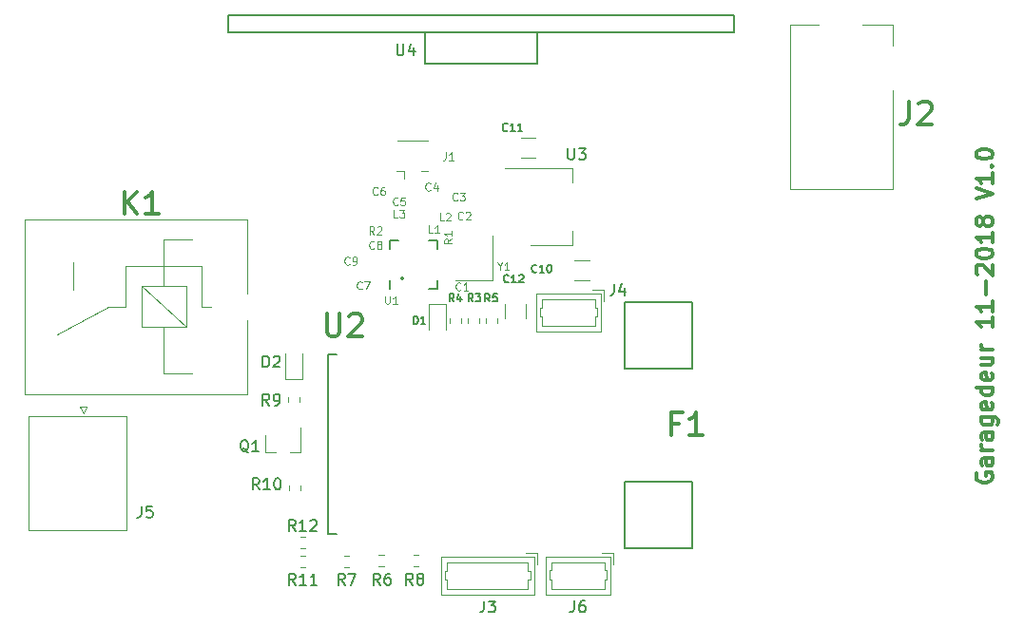
<source format=gto>
G04 #@! TF.GenerationSoftware,KiCad,Pcbnew,(5.0.0-rc2-dev-347-g62c5a706d)*
G04 #@! TF.CreationDate,2018-11-25T22:16:38+01:00*
G04 #@! TF.ProjectId,NRF24L01,4E524632344C30312E6B696361645F70,rev?*
G04 #@! TF.SameCoordinates,Original*
G04 #@! TF.FileFunction,Legend,Top*
G04 #@! TF.FilePolarity,Positive*
%FSLAX46Y46*%
G04 Gerber Fmt 4.6, Leading zero omitted, Abs format (unit mm)*
G04 Created by KiCad (PCBNEW (5.0.0-rc2-dev-347-g62c5a706d)) date 11/25/18 22:16:38*
%MOMM*%
%LPD*%
G01*
G04 APERTURE LIST*
%ADD10C,0.300000*%
%ADD11C,0.200000*%
%ADD12C,0.152400*%
%ADD13C,0.120000*%
%ADD14C,0.150000*%
%ADD15C,0.110000*%
%ADD16C,0.203200*%
%ADD17C,0.130000*%
G04 APERTURE END LIST*
D10*
X134750000Y-127799999D02*
X134678571Y-127942857D01*
X134678571Y-128157142D01*
X134750000Y-128371428D01*
X134892857Y-128514285D01*
X135035714Y-128585714D01*
X135321428Y-128657142D01*
X135535714Y-128657142D01*
X135821428Y-128585714D01*
X135964285Y-128514285D01*
X136107142Y-128371428D01*
X136178571Y-128157142D01*
X136178571Y-128014285D01*
X136107142Y-127799999D01*
X136035714Y-127728571D01*
X135535714Y-127728571D01*
X135535714Y-128014285D01*
X136178571Y-126442857D02*
X135392857Y-126442857D01*
X135250000Y-126514285D01*
X135178571Y-126657142D01*
X135178571Y-126942857D01*
X135250000Y-127085714D01*
X136107142Y-126442857D02*
X136178571Y-126585714D01*
X136178571Y-126942857D01*
X136107142Y-127085714D01*
X135964285Y-127157142D01*
X135821428Y-127157142D01*
X135678571Y-127085714D01*
X135607142Y-126942857D01*
X135607142Y-126585714D01*
X135535714Y-126442857D01*
X136178571Y-125728571D02*
X135178571Y-125728571D01*
X135464285Y-125728571D02*
X135321428Y-125657142D01*
X135250000Y-125585714D01*
X135178571Y-125442857D01*
X135178571Y-125299999D01*
X136178571Y-124157142D02*
X135392857Y-124157142D01*
X135250000Y-124228571D01*
X135178571Y-124371428D01*
X135178571Y-124657142D01*
X135250000Y-124799999D01*
X136107142Y-124157142D02*
X136178571Y-124299999D01*
X136178571Y-124657142D01*
X136107142Y-124799999D01*
X135964285Y-124871428D01*
X135821428Y-124871428D01*
X135678571Y-124799999D01*
X135607142Y-124657142D01*
X135607142Y-124299999D01*
X135535714Y-124157142D01*
X135178571Y-122799999D02*
X136392857Y-122799999D01*
X136535714Y-122871428D01*
X136607142Y-122942857D01*
X136678571Y-123085714D01*
X136678571Y-123299999D01*
X136607142Y-123442857D01*
X136107142Y-122799999D02*
X136178571Y-122942857D01*
X136178571Y-123228571D01*
X136107142Y-123371428D01*
X136035714Y-123442857D01*
X135892857Y-123514285D01*
X135464285Y-123514285D01*
X135321428Y-123442857D01*
X135250000Y-123371428D01*
X135178571Y-123228571D01*
X135178571Y-122942857D01*
X135250000Y-122799999D01*
X136107142Y-121514285D02*
X136178571Y-121657142D01*
X136178571Y-121942857D01*
X136107142Y-122085714D01*
X135964285Y-122157142D01*
X135392857Y-122157142D01*
X135250000Y-122085714D01*
X135178571Y-121942857D01*
X135178571Y-121657142D01*
X135250000Y-121514285D01*
X135392857Y-121442857D01*
X135535714Y-121442857D01*
X135678571Y-122157142D01*
X136178571Y-120157142D02*
X134678571Y-120157142D01*
X136107142Y-120157142D02*
X136178571Y-120300000D01*
X136178571Y-120585714D01*
X136107142Y-120728571D01*
X136035714Y-120799999D01*
X135892857Y-120871428D01*
X135464285Y-120871428D01*
X135321428Y-120799999D01*
X135250000Y-120728571D01*
X135178571Y-120585714D01*
X135178571Y-120300000D01*
X135250000Y-120157142D01*
X136107142Y-118871428D02*
X136178571Y-119014285D01*
X136178571Y-119300000D01*
X136107142Y-119442857D01*
X135964285Y-119514285D01*
X135392857Y-119514285D01*
X135250000Y-119442857D01*
X135178571Y-119300000D01*
X135178571Y-119014285D01*
X135250000Y-118871428D01*
X135392857Y-118800000D01*
X135535714Y-118800000D01*
X135678571Y-119514285D01*
X135178571Y-117514285D02*
X136178571Y-117514285D01*
X135178571Y-118157142D02*
X135964285Y-118157142D01*
X136107142Y-118085714D01*
X136178571Y-117942857D01*
X136178571Y-117728571D01*
X136107142Y-117585714D01*
X136035714Y-117514285D01*
X136178571Y-116800000D02*
X135178571Y-116800000D01*
X135464285Y-116800000D02*
X135321428Y-116728571D01*
X135250000Y-116657142D01*
X135178571Y-116514285D01*
X135178571Y-116371428D01*
X136178571Y-113942857D02*
X136178571Y-114800000D01*
X136178571Y-114371428D02*
X134678571Y-114371428D01*
X134892857Y-114514285D01*
X135035714Y-114657142D01*
X135107142Y-114800000D01*
X136178571Y-112514285D02*
X136178571Y-113371428D01*
X136178571Y-112942857D02*
X134678571Y-112942857D01*
X134892857Y-113085714D01*
X135035714Y-113228571D01*
X135107142Y-113371428D01*
X135607142Y-111871428D02*
X135607142Y-110728571D01*
X134821428Y-110085714D02*
X134750000Y-110014285D01*
X134678571Y-109871428D01*
X134678571Y-109514285D01*
X134750000Y-109371428D01*
X134821428Y-109300000D01*
X134964285Y-109228571D01*
X135107142Y-109228571D01*
X135321428Y-109300000D01*
X136178571Y-110157142D01*
X136178571Y-109228571D01*
X134678571Y-108300000D02*
X134678571Y-108157142D01*
X134750000Y-108014285D01*
X134821428Y-107942857D01*
X134964285Y-107871428D01*
X135250000Y-107800000D01*
X135607142Y-107800000D01*
X135892857Y-107871428D01*
X136035714Y-107942857D01*
X136107142Y-108014285D01*
X136178571Y-108157142D01*
X136178571Y-108300000D01*
X136107142Y-108442857D01*
X136035714Y-108514285D01*
X135892857Y-108585714D01*
X135607142Y-108657142D01*
X135250000Y-108657142D01*
X134964285Y-108585714D01*
X134821428Y-108514285D01*
X134750000Y-108442857D01*
X134678571Y-108300000D01*
X136178571Y-106371428D02*
X136178571Y-107228571D01*
X136178571Y-106800000D02*
X134678571Y-106800000D01*
X134892857Y-106942857D01*
X135035714Y-107085714D01*
X135107142Y-107228571D01*
X135321428Y-105514285D02*
X135250000Y-105657142D01*
X135178571Y-105728571D01*
X135035714Y-105800000D01*
X134964285Y-105800000D01*
X134821428Y-105728571D01*
X134750000Y-105657142D01*
X134678571Y-105514285D01*
X134678571Y-105228571D01*
X134750000Y-105085714D01*
X134821428Y-105014285D01*
X134964285Y-104942857D01*
X135035714Y-104942857D01*
X135178571Y-105014285D01*
X135250000Y-105085714D01*
X135321428Y-105228571D01*
X135321428Y-105514285D01*
X135392857Y-105657142D01*
X135464285Y-105728571D01*
X135607142Y-105800000D01*
X135892857Y-105800000D01*
X136035714Y-105728571D01*
X136107142Y-105657142D01*
X136178571Y-105514285D01*
X136178571Y-105228571D01*
X136107142Y-105085714D01*
X136035714Y-105014285D01*
X135892857Y-104942857D01*
X135607142Y-104942857D01*
X135464285Y-105014285D01*
X135392857Y-105085714D01*
X135321428Y-105228571D01*
X134678571Y-103371428D02*
X136178571Y-102871428D01*
X134678571Y-102371428D01*
X136178571Y-101085714D02*
X136178571Y-101942857D01*
X136178571Y-101514285D02*
X134678571Y-101514285D01*
X134892857Y-101657142D01*
X135035714Y-101800000D01*
X135107142Y-101942857D01*
X136035714Y-100442857D02*
X136107142Y-100371428D01*
X136178571Y-100442857D01*
X136107142Y-100514285D01*
X136035714Y-100442857D01*
X136178571Y-100442857D01*
X134678571Y-99442857D02*
X134678571Y-99300000D01*
X134750000Y-99157142D01*
X134821428Y-99085714D01*
X134964285Y-99014285D01*
X135250000Y-98942857D01*
X135607142Y-98942857D01*
X135892857Y-99014285D01*
X136035714Y-99085714D01*
X136107142Y-99157142D01*
X136178571Y-99300000D01*
X136178571Y-99442857D01*
X136107142Y-99585714D01*
X136035714Y-99657142D01*
X135892857Y-99728571D01*
X135607142Y-99800000D01*
X135250000Y-99800000D01*
X134964285Y-99728571D01*
X134821428Y-99657142D01*
X134750000Y-99585714D01*
X134678571Y-99442857D01*
D11*
X83743748Y-110440508D02*
G75*
G03X83743748Y-110440508I-141421J0D01*
G01*
D12*
X76981327Y-133185087D02*
X77743327Y-133185087D01*
X76981327Y-117183087D02*
X76981327Y-133185087D01*
X77743327Y-117183087D02*
X76981327Y-117183087D01*
D13*
X78845627Y-135140787D02*
X78405627Y-135140787D01*
X78845627Y-136160787D02*
X78405627Y-136160787D01*
X55500000Y-121890000D02*
X55200000Y-122490000D01*
X54900000Y-121890000D02*
X55500000Y-121890000D01*
X55200000Y-122490000D02*
X54900000Y-121890000D01*
X59010000Y-132910000D02*
X59010000Y-122690000D01*
X50290000Y-132910000D02*
X59010000Y-132910000D01*
X50290000Y-122690000D02*
X50290000Y-132910000D01*
X59010000Y-122690000D02*
X50290000Y-122690000D01*
X69800000Y-111800000D02*
X69800000Y-105200000D01*
X69800000Y-120800000D02*
X69800000Y-114200000D01*
X69800000Y-120800000D02*
X50000000Y-120800000D01*
X50000000Y-120800000D02*
X50000000Y-105200000D01*
X50000000Y-105200000D02*
X69800000Y-105200000D01*
X54250000Y-111500000D02*
X54250000Y-109000000D01*
X64850000Y-106950000D02*
X62350000Y-106950000D01*
X65750000Y-112950000D02*
X66550000Y-112950000D01*
X62350000Y-118950000D02*
X64850000Y-118950000D01*
X58950000Y-112950000D02*
X57450000Y-112950000D01*
X57450000Y-112950000D02*
X52850000Y-115450000D01*
X58950000Y-109350000D02*
X65750000Y-109350000D01*
X58950000Y-112950000D02*
X58950000Y-109350000D01*
X65750000Y-112950000D02*
X65750000Y-109350000D01*
X62350000Y-118950000D02*
X62350000Y-114750000D01*
X62350000Y-111150000D02*
X62350000Y-106950000D01*
X60350000Y-111150000D02*
X64350000Y-114750000D01*
X64350000Y-111150000D02*
X64350000Y-114750000D01*
X64350000Y-114750000D02*
X60350000Y-114750000D01*
X60350000Y-114750000D02*
X60350000Y-111150000D01*
X60350000Y-111150000D02*
X64350000Y-111150000D01*
D14*
X95600000Y-88500000D02*
X113100000Y-88500000D01*
X113100000Y-88500000D02*
X113100000Y-87000000D01*
X113100000Y-87000000D02*
X68100000Y-87000000D01*
X68100000Y-87000000D02*
X68100000Y-88500000D01*
X68100000Y-88500000D02*
X85600000Y-88500000D01*
X85600000Y-88500000D02*
X95600000Y-88500000D01*
X95600000Y-88500000D02*
X95600000Y-91350000D01*
X95600000Y-91350000D02*
X85600000Y-91350000D01*
X85600000Y-91350000D02*
X85600000Y-88500000D01*
D13*
X74953731Y-135135928D02*
X74513731Y-135135928D01*
X74953731Y-136155928D02*
X74513731Y-136155928D01*
X74929631Y-133434128D02*
X74489631Y-133434128D01*
X74929631Y-134454128D02*
X74489631Y-134454128D01*
X100230627Y-108832787D02*
X98930627Y-108832787D01*
X100230627Y-110652787D02*
X98930627Y-110652787D01*
X95450000Y-97890000D02*
X94150000Y-97890000D01*
X95450000Y-99710000D02*
X94150000Y-99710000D01*
X94547027Y-113986887D02*
X94547027Y-112686887D01*
X92727027Y-113986887D02*
X92727027Y-112686887D01*
X85955527Y-112730487D02*
X85955527Y-115000487D01*
X87475527Y-112730487D02*
X85955527Y-112730487D01*
X87475527Y-115000487D02*
X87475527Y-112730487D01*
X74661227Y-119404287D02*
X74661227Y-117134287D01*
X73141227Y-119404287D02*
X74661227Y-119404287D01*
X73141227Y-117134287D02*
X73141227Y-119404287D01*
D14*
X103375127Y-112522287D02*
X106375127Y-112522287D01*
X103375127Y-118522287D02*
X103375127Y-112522287D01*
X109375127Y-118522287D02*
X103375127Y-118522287D01*
X109375127Y-112522287D02*
X109375127Y-118522287D01*
X106375127Y-112522287D02*
X109375127Y-112522287D01*
X103375127Y-134522287D02*
X106375127Y-134522287D01*
X103375127Y-128522287D02*
X103375127Y-134522287D01*
X109375127Y-128522287D02*
X103375127Y-128522287D01*
X109375127Y-134522287D02*
X109375127Y-128522287D01*
X106375127Y-134522287D02*
X109375127Y-134522287D01*
D13*
X83105727Y-100886887D02*
X83745727Y-100886887D01*
X85905727Y-100886887D02*
X85265727Y-100886887D01*
X83745727Y-100886887D02*
X83745727Y-101516887D01*
X83155727Y-98166887D02*
X85855727Y-98166887D01*
X118100000Y-87800000D02*
X120700000Y-87800000D01*
X118100000Y-102500000D02*
X118100000Y-87800000D01*
X127300000Y-87800000D02*
X127300000Y-89700000D01*
X124600000Y-87800000D02*
X127300000Y-87800000D01*
X127300000Y-102500000D02*
X118100000Y-102500000D01*
X127300000Y-93700000D02*
X127300000Y-102500000D01*
X95598627Y-134938987D02*
X94598627Y-134938987D01*
X95598627Y-134938987D02*
X95598627Y-135938987D01*
X87598627Y-138138987D02*
X91198627Y-138138987D01*
X87598627Y-137288987D02*
X87598627Y-138138987D01*
X87398627Y-137288987D02*
X87598627Y-137288987D01*
X87398627Y-136488987D02*
X87398627Y-137288987D01*
X87598627Y-136488987D02*
X87398627Y-136488987D01*
X87598627Y-135738987D02*
X87598627Y-136488987D01*
X91198627Y-135738987D02*
X87598627Y-135738987D01*
X94798627Y-138138987D02*
X91198627Y-138138987D01*
X94798627Y-137288987D02*
X94798627Y-138138987D01*
X94998627Y-137288987D02*
X94798627Y-137288987D01*
X94998627Y-136488987D02*
X94998627Y-137288987D01*
X94798627Y-136488987D02*
X94998627Y-136488987D01*
X94798627Y-135738987D02*
X94798627Y-136488987D01*
X91198627Y-135738987D02*
X94798627Y-135738987D01*
X87088627Y-138648987D02*
X95308627Y-138648987D01*
X87088627Y-135228987D02*
X87088627Y-138648987D01*
X95308627Y-135228987D02*
X87088627Y-135228987D01*
X95308627Y-138648987D02*
X95308627Y-135228987D01*
X101259527Y-115192087D02*
X101259527Y-111772087D01*
X101259527Y-111772087D02*
X95539527Y-111772087D01*
X95539527Y-111772087D02*
X95539527Y-115192087D01*
X95539527Y-115192087D02*
X101259527Y-115192087D01*
X98399527Y-112282087D02*
X100749527Y-112282087D01*
X100749527Y-112282087D02*
X100749527Y-113032087D01*
X100749527Y-113032087D02*
X100949527Y-113032087D01*
X100949527Y-113032087D02*
X100949527Y-113832087D01*
X100949527Y-113832087D02*
X100749527Y-113832087D01*
X100749527Y-113832087D02*
X100749527Y-114682087D01*
X100749527Y-114682087D02*
X98399527Y-114682087D01*
X98399527Y-112282087D02*
X96049527Y-112282087D01*
X96049527Y-112282087D02*
X96049527Y-113032087D01*
X96049527Y-113032087D02*
X95849527Y-113032087D01*
X95849527Y-113032087D02*
X95849527Y-113832087D01*
X95849527Y-113832087D02*
X96049527Y-113832087D01*
X96049527Y-113832087D02*
X96049527Y-114682087D01*
X96049527Y-114682087D02*
X98399527Y-114682087D01*
X101549527Y-111482087D02*
X101549527Y-112482087D01*
X101549527Y-111482087D02*
X100549527Y-111482087D01*
X102097727Y-138636287D02*
X102097727Y-135216287D01*
X102097727Y-135216287D02*
X96377727Y-135216287D01*
X96377727Y-135216287D02*
X96377727Y-138636287D01*
X96377727Y-138636287D02*
X102097727Y-138636287D01*
X99237727Y-135726287D02*
X101587727Y-135726287D01*
X101587727Y-135726287D02*
X101587727Y-136476287D01*
X101587727Y-136476287D02*
X101787727Y-136476287D01*
X101787727Y-136476287D02*
X101787727Y-137276287D01*
X101787727Y-137276287D02*
X101587727Y-137276287D01*
X101587727Y-137276287D02*
X101587727Y-138126287D01*
X101587727Y-138126287D02*
X99237727Y-138126287D01*
X99237727Y-135726287D02*
X96887727Y-135726287D01*
X96887727Y-135726287D02*
X96887727Y-136476287D01*
X96887727Y-136476287D02*
X96687727Y-136476287D01*
X96687727Y-136476287D02*
X96687727Y-137276287D01*
X96687727Y-137276287D02*
X96887727Y-137276287D01*
X96887727Y-137276287D02*
X96887727Y-138126287D01*
X96887727Y-138126287D02*
X99237727Y-138126287D01*
X102387727Y-134926287D02*
X102387727Y-135926287D01*
X102387727Y-134926287D02*
X101387727Y-134926287D01*
X71368727Y-125895187D02*
X71368727Y-124435187D01*
X74528727Y-125895187D02*
X74528727Y-123735187D01*
X74528727Y-125895187D02*
X73598727Y-125895187D01*
X71368727Y-125895187D02*
X72298727Y-125895187D01*
X89444027Y-113980487D02*
X89444027Y-114420487D01*
X90464027Y-113980487D02*
X90464027Y-114420487D01*
X88851127Y-114421787D02*
X88851127Y-113981787D01*
X87831127Y-114421787D02*
X87831127Y-113981787D01*
X91069627Y-113993187D02*
X91069627Y-114433187D01*
X92089627Y-113993187D02*
X92089627Y-114433187D01*
X81504427Y-136109987D02*
X81944427Y-136109987D01*
X81504427Y-135089987D02*
X81944427Y-135089987D01*
X84615927Y-136109987D02*
X85055927Y-136109987D01*
X84615927Y-135089987D02*
X85055927Y-135089987D01*
X73391227Y-121028987D02*
X73391227Y-121468987D01*
X74411227Y-121028987D02*
X74411227Y-121468987D01*
X73480127Y-128890287D02*
X73480127Y-129330287D01*
X74500127Y-128890287D02*
X74500127Y-129330287D01*
D14*
X82452327Y-107049087D02*
X82452327Y-107824087D01*
X86752327Y-107049087D02*
X86752327Y-107824087D01*
X86752327Y-111349087D02*
X86752327Y-110574087D01*
X82452327Y-111349087D02*
X82452327Y-110574087D01*
X86752327Y-107049087D02*
X85977327Y-107049087D01*
X86752327Y-111349087D02*
X85977327Y-111349087D01*
X82452327Y-107049087D02*
X83227327Y-107049087D01*
D13*
X92762827Y-100655887D02*
X98772827Y-100655887D01*
X95012827Y-107475887D02*
X98772827Y-107475887D01*
X98772827Y-100655887D02*
X98772827Y-101915887D01*
X98772827Y-107475887D02*
X98772827Y-106215887D01*
X91652327Y-110599087D02*
X91652327Y-106599087D01*
X88352327Y-110599087D02*
X91652327Y-110599087D01*
D10*
X76876190Y-113604761D02*
X76876190Y-115223809D01*
X76971428Y-115414285D01*
X77066666Y-115509523D01*
X77257142Y-115604761D01*
X77638095Y-115604761D01*
X77828571Y-115509523D01*
X77923809Y-115414285D01*
X78019047Y-115223809D01*
X78019047Y-113604761D01*
X78876190Y-113795238D02*
X78971428Y-113700000D01*
X79161904Y-113604761D01*
X79638095Y-113604761D01*
X79828571Y-113700000D01*
X79923809Y-113795238D01*
X80019047Y-113985714D01*
X80019047Y-114176190D01*
X79923809Y-114461904D01*
X78780952Y-115604761D01*
X80019047Y-115604761D01*
D14*
X78458960Y-137753167D02*
X78125627Y-137276977D01*
X77887531Y-137753167D02*
X77887531Y-136753167D01*
X78268484Y-136753167D01*
X78363722Y-136800787D01*
X78411341Y-136848406D01*
X78458960Y-136943644D01*
X78458960Y-137086501D01*
X78411341Y-137181739D01*
X78363722Y-137229358D01*
X78268484Y-137276977D01*
X77887531Y-137276977D01*
X78792293Y-136753167D02*
X79458960Y-136753167D01*
X79030388Y-137753167D01*
X60366666Y-130752380D02*
X60366666Y-131466666D01*
X60319047Y-131609523D01*
X60223809Y-131704761D01*
X60080952Y-131752380D01*
X59985714Y-131752380D01*
X61319047Y-130752380D02*
X60842857Y-130752380D01*
X60795238Y-131228571D01*
X60842857Y-131180952D01*
X60938095Y-131133333D01*
X61176190Y-131133333D01*
X61271428Y-131180952D01*
X61319047Y-131228571D01*
X61366666Y-131323809D01*
X61366666Y-131561904D01*
X61319047Y-131657142D01*
X61271428Y-131704761D01*
X61176190Y-131752380D01*
X60938095Y-131752380D01*
X60842857Y-131704761D01*
X60795238Y-131657142D01*
D10*
X58823809Y-104704761D02*
X58823809Y-102704761D01*
X59966666Y-104704761D02*
X59109523Y-103561904D01*
X59966666Y-102704761D02*
X58823809Y-103847619D01*
X61871428Y-104704761D02*
X60728571Y-104704761D01*
X61300000Y-104704761D02*
X61300000Y-102704761D01*
X61109523Y-102990476D01*
X60919047Y-103180952D01*
X60728571Y-103276190D01*
D13*
X88483333Y-103450000D02*
X88450000Y-103483333D01*
X88350000Y-103516666D01*
X88283333Y-103516666D01*
X88183333Y-103483333D01*
X88116666Y-103416666D01*
X88083333Y-103350000D01*
X88050000Y-103216666D01*
X88050000Y-103116666D01*
X88083333Y-102983333D01*
X88116666Y-102916666D01*
X88183333Y-102850000D01*
X88283333Y-102816666D01*
X88350000Y-102816666D01*
X88450000Y-102850000D01*
X88483333Y-102883333D01*
X88716666Y-102816666D02*
X89150000Y-102816666D01*
X88916666Y-103083333D01*
X89016666Y-103083333D01*
X89083333Y-103116666D01*
X89116666Y-103150000D01*
X89150000Y-103216666D01*
X89150000Y-103383333D01*
X89116666Y-103450000D01*
X89083333Y-103483333D01*
X89016666Y-103516666D01*
X88816666Y-103516666D01*
X88750000Y-103483333D01*
X88716666Y-103450000D01*
D15*
X79983333Y-111350000D02*
X79950000Y-111383333D01*
X79850000Y-111416666D01*
X79783333Y-111416666D01*
X79683333Y-111383333D01*
X79616666Y-111316666D01*
X79583333Y-111250000D01*
X79550000Y-111116666D01*
X79550000Y-111016666D01*
X79583333Y-110883333D01*
X79616666Y-110816666D01*
X79683333Y-110750000D01*
X79783333Y-110716666D01*
X79850000Y-110716666D01*
X79950000Y-110750000D01*
X79983333Y-110783333D01*
X80216666Y-110716666D02*
X80683333Y-110716666D01*
X80383333Y-111416666D01*
D13*
X81083333Y-107750000D02*
X81050000Y-107783333D01*
X80950000Y-107816666D01*
X80883333Y-107816666D01*
X80783333Y-107783333D01*
X80716666Y-107716666D01*
X80683333Y-107650000D01*
X80650000Y-107516666D01*
X80650000Y-107416666D01*
X80683333Y-107283333D01*
X80716666Y-107216666D01*
X80783333Y-107150000D01*
X80883333Y-107116666D01*
X80950000Y-107116666D01*
X81050000Y-107150000D01*
X81083333Y-107183333D01*
X81483333Y-107416666D02*
X81416666Y-107383333D01*
X81383333Y-107350000D01*
X81350000Y-107283333D01*
X81350000Y-107250000D01*
X81383333Y-107183333D01*
X81416666Y-107150000D01*
X81483333Y-107116666D01*
X81616666Y-107116666D01*
X81683333Y-107150000D01*
X81716666Y-107183333D01*
X81750000Y-107250000D01*
X81750000Y-107283333D01*
X81716666Y-107350000D01*
X81683333Y-107383333D01*
X81616666Y-107416666D01*
X81483333Y-107416666D01*
X81416666Y-107450000D01*
X81383333Y-107483333D01*
X81350000Y-107550000D01*
X81350000Y-107683333D01*
X81383333Y-107750000D01*
X81416666Y-107783333D01*
X81483333Y-107816666D01*
X81616666Y-107816666D01*
X81683333Y-107783333D01*
X81716666Y-107750000D01*
X81750000Y-107683333D01*
X81750000Y-107550000D01*
X81716666Y-107483333D01*
X81683333Y-107450000D01*
X81616666Y-107416666D01*
X78883333Y-109150000D02*
X78850000Y-109183333D01*
X78750000Y-109216666D01*
X78683333Y-109216666D01*
X78583333Y-109183333D01*
X78516666Y-109116666D01*
X78483333Y-109050000D01*
X78450000Y-108916666D01*
X78450000Y-108816666D01*
X78483333Y-108683333D01*
X78516666Y-108616666D01*
X78583333Y-108550000D01*
X78683333Y-108516666D01*
X78750000Y-108516666D01*
X78850000Y-108550000D01*
X78883333Y-108583333D01*
X79216666Y-109216666D02*
X79350000Y-109216666D01*
X79416666Y-109183333D01*
X79450000Y-109150000D01*
X79516666Y-109050000D01*
X79550000Y-108916666D01*
X79550000Y-108650000D01*
X79516666Y-108583333D01*
X79483333Y-108550000D01*
X79416666Y-108516666D01*
X79283333Y-108516666D01*
X79216666Y-108550000D01*
X79183333Y-108583333D01*
X79150000Y-108650000D01*
X79150000Y-108816666D01*
X79183333Y-108883333D01*
X79216666Y-108916666D01*
X79283333Y-108950000D01*
X79416666Y-108950000D01*
X79483333Y-108916666D01*
X79516666Y-108883333D01*
X79550000Y-108816666D01*
D16*
X83125904Y-89543619D02*
X83125904Y-90366095D01*
X83174285Y-90462857D01*
X83222666Y-90511238D01*
X83319428Y-90559619D01*
X83512952Y-90559619D01*
X83609714Y-90511238D01*
X83658095Y-90462857D01*
X83706476Y-90366095D01*
X83706476Y-89543619D01*
X84625714Y-89882285D02*
X84625714Y-90559619D01*
X84383809Y-89495238D02*
X84141904Y-90220952D01*
X84770857Y-90220952D01*
D14*
X74090873Y-137748308D02*
X73757540Y-137272118D01*
X73519445Y-137748308D02*
X73519445Y-136748308D01*
X73900397Y-136748308D01*
X73995635Y-136795928D01*
X74043254Y-136843547D01*
X74090873Y-136938785D01*
X74090873Y-137081642D01*
X74043254Y-137176880D01*
X73995635Y-137224499D01*
X73900397Y-137272118D01*
X73519445Y-137272118D01*
X75043254Y-137748308D02*
X74471826Y-137748308D01*
X74757540Y-137748308D02*
X74757540Y-136748308D01*
X74662302Y-136891166D01*
X74567064Y-136986404D01*
X74471826Y-137034023D01*
X75995635Y-137748308D02*
X75424207Y-137748308D01*
X75709921Y-137748308D02*
X75709921Y-136748308D01*
X75614683Y-136891166D01*
X75519445Y-136986404D01*
X75424207Y-137034023D01*
X74066773Y-132952380D02*
X73733440Y-132476190D01*
X73495345Y-132952380D02*
X73495345Y-131952380D01*
X73876297Y-131952380D01*
X73971535Y-132000000D01*
X74019154Y-132047619D01*
X74066773Y-132142857D01*
X74066773Y-132285714D01*
X74019154Y-132380952D01*
X73971535Y-132428571D01*
X73876297Y-132476190D01*
X73495345Y-132476190D01*
X75019154Y-132952380D02*
X74447726Y-132952380D01*
X74733440Y-132952380D02*
X74733440Y-131952380D01*
X74638202Y-132095238D01*
X74542964Y-132190476D01*
X74447726Y-132238095D01*
X75400107Y-132047619D02*
X75447726Y-132000000D01*
X75542964Y-131952380D01*
X75781059Y-131952380D01*
X75876297Y-132000000D01*
X75923916Y-132047619D01*
X75971535Y-132142857D01*
X75971535Y-132238095D01*
X75923916Y-132380952D01*
X75352488Y-132952380D01*
X75971535Y-132952380D01*
D13*
X88783333Y-111450000D02*
X88750000Y-111483333D01*
X88650000Y-111516666D01*
X88583333Y-111516666D01*
X88483333Y-111483333D01*
X88416666Y-111416666D01*
X88383333Y-111350000D01*
X88350000Y-111216666D01*
X88350000Y-111116666D01*
X88383333Y-110983333D01*
X88416666Y-110916666D01*
X88483333Y-110850000D01*
X88583333Y-110816666D01*
X88650000Y-110816666D01*
X88750000Y-110850000D01*
X88783333Y-110883333D01*
X89450000Y-111516666D02*
X89050000Y-111516666D01*
X89250000Y-111516666D02*
X89250000Y-110816666D01*
X89183333Y-110916666D01*
X89116666Y-110983333D01*
X89050000Y-111016666D01*
X88983333Y-105150000D02*
X88950000Y-105183333D01*
X88850000Y-105216666D01*
X88783333Y-105216666D01*
X88683333Y-105183333D01*
X88616666Y-105116666D01*
X88583333Y-105050000D01*
X88550000Y-104916666D01*
X88550000Y-104816666D01*
X88583333Y-104683333D01*
X88616666Y-104616666D01*
X88683333Y-104550000D01*
X88783333Y-104516666D01*
X88850000Y-104516666D01*
X88950000Y-104550000D01*
X88983333Y-104583333D01*
X89250000Y-104583333D02*
X89283333Y-104550000D01*
X89350000Y-104516666D01*
X89516666Y-104516666D01*
X89583333Y-104550000D01*
X89616666Y-104583333D01*
X89650000Y-104650000D01*
X89650000Y-104716666D01*
X89616666Y-104816666D01*
X89216666Y-105216666D01*
X89650000Y-105216666D01*
X86083333Y-102550000D02*
X86050000Y-102583333D01*
X85950000Y-102616666D01*
X85883333Y-102616666D01*
X85783333Y-102583333D01*
X85716666Y-102516666D01*
X85683333Y-102450000D01*
X85650000Y-102316666D01*
X85650000Y-102216666D01*
X85683333Y-102083333D01*
X85716666Y-102016666D01*
X85783333Y-101950000D01*
X85883333Y-101916666D01*
X85950000Y-101916666D01*
X86050000Y-101950000D01*
X86083333Y-101983333D01*
X86683333Y-102150000D02*
X86683333Y-102616666D01*
X86516666Y-101883333D02*
X86350000Y-102383333D01*
X86783333Y-102383333D01*
X83183333Y-103850000D02*
X83150000Y-103883333D01*
X83050000Y-103916666D01*
X82983333Y-103916666D01*
X82883333Y-103883333D01*
X82816666Y-103816666D01*
X82783333Y-103750000D01*
X82750000Y-103616666D01*
X82750000Y-103516666D01*
X82783333Y-103383333D01*
X82816666Y-103316666D01*
X82883333Y-103250000D01*
X82983333Y-103216666D01*
X83050000Y-103216666D01*
X83150000Y-103250000D01*
X83183333Y-103283333D01*
X83816666Y-103216666D02*
X83483333Y-103216666D01*
X83450000Y-103550000D01*
X83483333Y-103516666D01*
X83550000Y-103483333D01*
X83716666Y-103483333D01*
X83783333Y-103516666D01*
X83816666Y-103550000D01*
X83850000Y-103616666D01*
X83850000Y-103783333D01*
X83816666Y-103850000D01*
X83783333Y-103883333D01*
X83716666Y-103916666D01*
X83550000Y-103916666D01*
X83483333Y-103883333D01*
X83450000Y-103850000D01*
X81383333Y-102950000D02*
X81350000Y-102983333D01*
X81250000Y-103016666D01*
X81183333Y-103016666D01*
X81083333Y-102983333D01*
X81016666Y-102916666D01*
X80983333Y-102850000D01*
X80950000Y-102716666D01*
X80950000Y-102616666D01*
X80983333Y-102483333D01*
X81016666Y-102416666D01*
X81083333Y-102350000D01*
X81183333Y-102316666D01*
X81250000Y-102316666D01*
X81350000Y-102350000D01*
X81383333Y-102383333D01*
X81983333Y-102316666D02*
X81850000Y-102316666D01*
X81783333Y-102350000D01*
X81750000Y-102383333D01*
X81683333Y-102483333D01*
X81650000Y-102616666D01*
X81650000Y-102883333D01*
X81683333Y-102950000D01*
X81716666Y-102983333D01*
X81783333Y-103016666D01*
X81916666Y-103016666D01*
X81983333Y-102983333D01*
X82016666Y-102950000D01*
X82050000Y-102883333D01*
X82050000Y-102716666D01*
X82016666Y-102650000D01*
X81983333Y-102616666D01*
X81916666Y-102583333D01*
X81783333Y-102583333D01*
X81716666Y-102616666D01*
X81683333Y-102650000D01*
X81650000Y-102716666D01*
D17*
X95550000Y-109850000D02*
X95516666Y-109883333D01*
X95416666Y-109916666D01*
X95350000Y-109916666D01*
X95250000Y-109883333D01*
X95183333Y-109816666D01*
X95150000Y-109750000D01*
X95116666Y-109616666D01*
X95116666Y-109516666D01*
X95150000Y-109383333D01*
X95183333Y-109316666D01*
X95250000Y-109250000D01*
X95350000Y-109216666D01*
X95416666Y-109216666D01*
X95516666Y-109250000D01*
X95550000Y-109283333D01*
X96216666Y-109916666D02*
X95816666Y-109916666D01*
X96016666Y-109916666D02*
X96016666Y-109216666D01*
X95950000Y-109316666D01*
X95883333Y-109383333D01*
X95816666Y-109416666D01*
X96650000Y-109216666D02*
X96716666Y-109216666D01*
X96783333Y-109250000D01*
X96816666Y-109283333D01*
X96850000Y-109350000D01*
X96883333Y-109483333D01*
X96883333Y-109650000D01*
X96850000Y-109783333D01*
X96816666Y-109850000D01*
X96783333Y-109883333D01*
X96716666Y-109916666D01*
X96650000Y-109916666D01*
X96583333Y-109883333D01*
X96550000Y-109850000D01*
X96516666Y-109783333D01*
X96483333Y-109650000D01*
X96483333Y-109483333D01*
X96516666Y-109350000D01*
X96550000Y-109283333D01*
X96583333Y-109250000D01*
X96650000Y-109216666D01*
X92950000Y-97250000D02*
X92916666Y-97283333D01*
X92816666Y-97316666D01*
X92750000Y-97316666D01*
X92650000Y-97283333D01*
X92583333Y-97216666D01*
X92550000Y-97150000D01*
X92516666Y-97016666D01*
X92516666Y-96916666D01*
X92550000Y-96783333D01*
X92583333Y-96716666D01*
X92650000Y-96650000D01*
X92750000Y-96616666D01*
X92816666Y-96616666D01*
X92916666Y-96650000D01*
X92950000Y-96683333D01*
X93616666Y-97316666D02*
X93216666Y-97316666D01*
X93416666Y-97316666D02*
X93416666Y-96616666D01*
X93350000Y-96716666D01*
X93283333Y-96783333D01*
X93216666Y-96816666D01*
X94283333Y-97316666D02*
X93883333Y-97316666D01*
X94083333Y-97316666D02*
X94083333Y-96616666D01*
X94016666Y-96716666D01*
X93950000Y-96783333D01*
X93883333Y-96816666D01*
X93050000Y-110750000D02*
X93016666Y-110783333D01*
X92916666Y-110816666D01*
X92850000Y-110816666D01*
X92750000Y-110783333D01*
X92683333Y-110716666D01*
X92650000Y-110650000D01*
X92616666Y-110516666D01*
X92616666Y-110416666D01*
X92650000Y-110283333D01*
X92683333Y-110216666D01*
X92750000Y-110150000D01*
X92850000Y-110116666D01*
X92916666Y-110116666D01*
X93016666Y-110150000D01*
X93050000Y-110183333D01*
X93716666Y-110816666D02*
X93316666Y-110816666D01*
X93516666Y-110816666D02*
X93516666Y-110116666D01*
X93450000Y-110216666D01*
X93383333Y-110283333D01*
X93316666Y-110316666D01*
X93983333Y-110183333D02*
X94016666Y-110150000D01*
X94083333Y-110116666D01*
X94250000Y-110116666D01*
X94316666Y-110150000D01*
X94350000Y-110183333D01*
X94383333Y-110250000D01*
X94383333Y-110316666D01*
X94350000Y-110416666D01*
X93950000Y-110816666D01*
X94383333Y-110816666D01*
X84583333Y-114516666D02*
X84583333Y-113816666D01*
X84750000Y-113816666D01*
X84850000Y-113850000D01*
X84916666Y-113916666D01*
X84950000Y-113983333D01*
X84983333Y-114116666D01*
X84983333Y-114216666D01*
X84950000Y-114350000D01*
X84916666Y-114416666D01*
X84850000Y-114483333D01*
X84750000Y-114516666D01*
X84583333Y-114516666D01*
X85650000Y-114516666D02*
X85250000Y-114516666D01*
X85450000Y-114516666D02*
X85450000Y-113816666D01*
X85383333Y-113916666D01*
X85316666Y-113983333D01*
X85250000Y-114016666D01*
D14*
X71161904Y-118352380D02*
X71161904Y-117352380D01*
X71400000Y-117352380D01*
X71542857Y-117400000D01*
X71638095Y-117495238D01*
X71685714Y-117590476D01*
X71733333Y-117780952D01*
X71733333Y-117923809D01*
X71685714Y-118114285D01*
X71638095Y-118209523D01*
X71542857Y-118304761D01*
X71400000Y-118352380D01*
X71161904Y-118352380D01*
X72114285Y-117447619D02*
X72161904Y-117400000D01*
X72257142Y-117352380D01*
X72495238Y-117352380D01*
X72590476Y-117400000D01*
X72638095Y-117447619D01*
X72685714Y-117542857D01*
X72685714Y-117638095D01*
X72638095Y-117780952D01*
X72066666Y-118352380D01*
X72685714Y-118352380D01*
D10*
X108233333Y-123357142D02*
X107566666Y-123357142D01*
X107566666Y-124404761D02*
X107566666Y-122404761D01*
X108519047Y-122404761D01*
X110328571Y-124404761D02*
X109185714Y-124404761D01*
X109757142Y-124404761D02*
X109757142Y-122404761D01*
X109566666Y-122690476D01*
X109376190Y-122880952D01*
X109185714Y-122976190D01*
D13*
X87466666Y-99216666D02*
X87466666Y-99716666D01*
X87433333Y-99816666D01*
X87366666Y-99883333D01*
X87266666Y-99916666D01*
X87200000Y-99916666D01*
X88166666Y-99916666D02*
X87766666Y-99916666D01*
X87966666Y-99916666D02*
X87966666Y-99216666D01*
X87900000Y-99316666D01*
X87833333Y-99383333D01*
X87766666Y-99416666D01*
D10*
X128733333Y-94704761D02*
X128733333Y-96133333D01*
X128638095Y-96419047D01*
X128447619Y-96609523D01*
X128161904Y-96704761D01*
X127971428Y-96704761D01*
X129590476Y-94895238D02*
X129685714Y-94800000D01*
X129876190Y-94704761D01*
X130352380Y-94704761D01*
X130542857Y-94800000D01*
X130638095Y-94895238D01*
X130733333Y-95085714D01*
X130733333Y-95276190D01*
X130638095Y-95561904D01*
X129495238Y-96704761D01*
X130733333Y-96704761D01*
D14*
X90865293Y-139191367D02*
X90865293Y-139905653D01*
X90817674Y-140048510D01*
X90722436Y-140143748D01*
X90579579Y-140191367D01*
X90484341Y-140191367D01*
X91246246Y-139191367D02*
X91865293Y-139191367D01*
X91531960Y-139572320D01*
X91674817Y-139572320D01*
X91770055Y-139619939D01*
X91817674Y-139667558D01*
X91865293Y-139762796D01*
X91865293Y-140000891D01*
X91817674Y-140096129D01*
X91770055Y-140143748D01*
X91674817Y-140191367D01*
X91389103Y-140191367D01*
X91293865Y-140143748D01*
X91246246Y-140096129D01*
X102466666Y-110952380D02*
X102466666Y-111666666D01*
X102419047Y-111809523D01*
X102323809Y-111904761D01*
X102180952Y-111952380D01*
X102085714Y-111952380D01*
X103371428Y-111285714D02*
X103371428Y-111952380D01*
X103133333Y-110904761D02*
X102895238Y-111619047D01*
X103514285Y-111619047D01*
X98904393Y-139178667D02*
X98904393Y-139892953D01*
X98856774Y-140035810D01*
X98761536Y-140131048D01*
X98618679Y-140178667D01*
X98523441Y-140178667D01*
X99809155Y-139178667D02*
X99618679Y-139178667D01*
X99523441Y-139226287D01*
X99475822Y-139273906D01*
X99380584Y-139416763D01*
X99332965Y-139607239D01*
X99332965Y-139988191D01*
X99380584Y-140083429D01*
X99428203Y-140131048D01*
X99523441Y-140178667D01*
X99713917Y-140178667D01*
X99809155Y-140131048D01*
X99856774Y-140083429D01*
X99904393Y-139988191D01*
X99904393Y-139750096D01*
X99856774Y-139654858D01*
X99809155Y-139607239D01*
X99713917Y-139559620D01*
X99523441Y-139559620D01*
X99428203Y-139607239D01*
X99380584Y-139654858D01*
X99332965Y-139750096D01*
D13*
X86283333Y-106416666D02*
X85950000Y-106416666D01*
X85950000Y-105716666D01*
X86883333Y-106416666D02*
X86483333Y-106416666D01*
X86683333Y-106416666D02*
X86683333Y-105716666D01*
X86616666Y-105816666D01*
X86550000Y-105883333D01*
X86483333Y-105916666D01*
X87283333Y-105316666D02*
X86950000Y-105316666D01*
X86950000Y-104616666D01*
X87483333Y-104683333D02*
X87516666Y-104650000D01*
X87583333Y-104616666D01*
X87750000Y-104616666D01*
X87816666Y-104650000D01*
X87850000Y-104683333D01*
X87883333Y-104750000D01*
X87883333Y-104816666D01*
X87850000Y-104916666D01*
X87450000Y-105316666D01*
X87883333Y-105316666D01*
X83183333Y-105016666D02*
X82850000Y-105016666D01*
X82850000Y-104316666D01*
X83350000Y-104316666D02*
X83783333Y-104316666D01*
X83550000Y-104583333D01*
X83650000Y-104583333D01*
X83716666Y-104616666D01*
X83750000Y-104650000D01*
X83783333Y-104716666D01*
X83783333Y-104883333D01*
X83750000Y-104950000D01*
X83716666Y-104983333D01*
X83650000Y-105016666D01*
X83450000Y-105016666D01*
X83383333Y-104983333D01*
X83350000Y-104950000D01*
D14*
X69904761Y-125947619D02*
X69809523Y-125900000D01*
X69714285Y-125804761D01*
X69571428Y-125661904D01*
X69476190Y-125614285D01*
X69380952Y-125614285D01*
X69428571Y-125852380D02*
X69333333Y-125804761D01*
X69238095Y-125709523D01*
X69190476Y-125519047D01*
X69190476Y-125185714D01*
X69238095Y-124995238D01*
X69333333Y-124900000D01*
X69428571Y-124852380D01*
X69619047Y-124852380D01*
X69714285Y-124900000D01*
X69809523Y-124995238D01*
X69857142Y-125185714D01*
X69857142Y-125519047D01*
X69809523Y-125709523D01*
X69714285Y-125804761D01*
X69619047Y-125852380D01*
X69428571Y-125852380D01*
X70809523Y-125852380D02*
X70238095Y-125852380D01*
X70523809Y-125852380D02*
X70523809Y-124852380D01*
X70428571Y-124995238D01*
X70333333Y-125090476D01*
X70238095Y-125138095D01*
D13*
X88018993Y-106915753D02*
X87685660Y-107149087D01*
X88018993Y-107315753D02*
X87318993Y-107315753D01*
X87318993Y-107049087D01*
X87352327Y-106982420D01*
X87385660Y-106949087D01*
X87452327Y-106915753D01*
X87552327Y-106915753D01*
X87618993Y-106949087D01*
X87652327Y-106982420D01*
X87685660Y-107049087D01*
X87685660Y-107315753D01*
X88018993Y-106249087D02*
X88018993Y-106649087D01*
X88018993Y-106449087D02*
X87318993Y-106449087D01*
X87418993Y-106515753D01*
X87485660Y-106582420D01*
X87518993Y-106649087D01*
X81083333Y-106516666D02*
X80850000Y-106183333D01*
X80683333Y-106516666D02*
X80683333Y-105816666D01*
X80950000Y-105816666D01*
X81016666Y-105850000D01*
X81050000Y-105883333D01*
X81083333Y-105950000D01*
X81083333Y-106050000D01*
X81050000Y-106116666D01*
X81016666Y-106150000D01*
X80950000Y-106183333D01*
X80683333Y-106183333D01*
X81350000Y-105883333D02*
X81383333Y-105850000D01*
X81450000Y-105816666D01*
X81616666Y-105816666D01*
X81683333Y-105850000D01*
X81716666Y-105883333D01*
X81750000Y-105950000D01*
X81750000Y-106016666D01*
X81716666Y-106116666D01*
X81316666Y-106516666D01*
X81750000Y-106516666D01*
D17*
X89883333Y-112516666D02*
X89650000Y-112183333D01*
X89483333Y-112516666D02*
X89483333Y-111816666D01*
X89750000Y-111816666D01*
X89816666Y-111850000D01*
X89850000Y-111883333D01*
X89883333Y-111950000D01*
X89883333Y-112050000D01*
X89850000Y-112116666D01*
X89816666Y-112150000D01*
X89750000Y-112183333D01*
X89483333Y-112183333D01*
X90116666Y-111816666D02*
X90550000Y-111816666D01*
X90316666Y-112083333D01*
X90416666Y-112083333D01*
X90483333Y-112116666D01*
X90516666Y-112150000D01*
X90550000Y-112216666D01*
X90550000Y-112383333D01*
X90516666Y-112450000D01*
X90483333Y-112483333D01*
X90416666Y-112516666D01*
X90216666Y-112516666D01*
X90150000Y-112483333D01*
X90116666Y-112450000D01*
X88183333Y-112516666D02*
X87950000Y-112183333D01*
X87783333Y-112516666D02*
X87783333Y-111816666D01*
X88050000Y-111816666D01*
X88116666Y-111850000D01*
X88150000Y-111883333D01*
X88183333Y-111950000D01*
X88183333Y-112050000D01*
X88150000Y-112116666D01*
X88116666Y-112150000D01*
X88050000Y-112183333D01*
X87783333Y-112183333D01*
X88783333Y-112050000D02*
X88783333Y-112516666D01*
X88616666Y-111783333D02*
X88450000Y-112283333D01*
X88883333Y-112283333D01*
X91383333Y-112516666D02*
X91150000Y-112183333D01*
X90983333Y-112516666D02*
X90983333Y-111816666D01*
X91250000Y-111816666D01*
X91316666Y-111850000D01*
X91350000Y-111883333D01*
X91383333Y-111950000D01*
X91383333Y-112050000D01*
X91350000Y-112116666D01*
X91316666Y-112150000D01*
X91250000Y-112183333D01*
X90983333Y-112183333D01*
X92016666Y-111816666D02*
X91683333Y-111816666D01*
X91650000Y-112150000D01*
X91683333Y-112116666D01*
X91750000Y-112083333D01*
X91916666Y-112083333D01*
X91983333Y-112116666D01*
X92016666Y-112150000D01*
X92050000Y-112216666D01*
X92050000Y-112383333D01*
X92016666Y-112450000D01*
X91983333Y-112483333D01*
X91916666Y-112516666D01*
X91750000Y-112516666D01*
X91683333Y-112483333D01*
X91650000Y-112450000D01*
D14*
X81633333Y-137752380D02*
X81300000Y-137276190D01*
X81061904Y-137752380D02*
X81061904Y-136752380D01*
X81442857Y-136752380D01*
X81538095Y-136800000D01*
X81585714Y-136847619D01*
X81633333Y-136942857D01*
X81633333Y-137085714D01*
X81585714Y-137180952D01*
X81538095Y-137228571D01*
X81442857Y-137276190D01*
X81061904Y-137276190D01*
X82490476Y-136752380D02*
X82300000Y-136752380D01*
X82204761Y-136800000D01*
X82157142Y-136847619D01*
X82061904Y-136990476D01*
X82014285Y-137180952D01*
X82014285Y-137561904D01*
X82061904Y-137657142D01*
X82109523Y-137704761D01*
X82204761Y-137752380D01*
X82395238Y-137752380D01*
X82490476Y-137704761D01*
X82538095Y-137657142D01*
X82585714Y-137561904D01*
X82585714Y-137323809D01*
X82538095Y-137228571D01*
X82490476Y-137180952D01*
X82395238Y-137133333D01*
X82204761Y-137133333D01*
X82109523Y-137180952D01*
X82061904Y-137228571D01*
X82014285Y-137323809D01*
X84533333Y-137752380D02*
X84200000Y-137276190D01*
X83961904Y-137752380D02*
X83961904Y-136752380D01*
X84342857Y-136752380D01*
X84438095Y-136800000D01*
X84485714Y-136847619D01*
X84533333Y-136942857D01*
X84533333Y-137085714D01*
X84485714Y-137180952D01*
X84438095Y-137228571D01*
X84342857Y-137276190D01*
X83961904Y-137276190D01*
X85104761Y-137180952D02*
X85009523Y-137133333D01*
X84961904Y-137085714D01*
X84914285Y-136990476D01*
X84914285Y-136942857D01*
X84961904Y-136847619D01*
X85009523Y-136800000D01*
X85104761Y-136752380D01*
X85295238Y-136752380D01*
X85390476Y-136800000D01*
X85438095Y-136847619D01*
X85485714Y-136942857D01*
X85485714Y-136990476D01*
X85438095Y-137085714D01*
X85390476Y-137133333D01*
X85295238Y-137180952D01*
X85104761Y-137180952D01*
X85009523Y-137228571D01*
X84961904Y-137276190D01*
X84914285Y-137371428D01*
X84914285Y-137561904D01*
X84961904Y-137657142D01*
X85009523Y-137704761D01*
X85104761Y-137752380D01*
X85295238Y-137752380D01*
X85390476Y-137704761D01*
X85438095Y-137657142D01*
X85485714Y-137561904D01*
X85485714Y-137371428D01*
X85438095Y-137276190D01*
X85390476Y-137228571D01*
X85295238Y-137180952D01*
X71733333Y-121752380D02*
X71400000Y-121276190D01*
X71161904Y-121752380D02*
X71161904Y-120752380D01*
X71542857Y-120752380D01*
X71638095Y-120800000D01*
X71685714Y-120847619D01*
X71733333Y-120942857D01*
X71733333Y-121085714D01*
X71685714Y-121180952D01*
X71638095Y-121228571D01*
X71542857Y-121276190D01*
X71161904Y-121276190D01*
X72209523Y-121752380D02*
X72400000Y-121752380D01*
X72495238Y-121704761D01*
X72542857Y-121657142D01*
X72638095Y-121514285D01*
X72685714Y-121323809D01*
X72685714Y-120942857D01*
X72638095Y-120847619D01*
X72590476Y-120800000D01*
X72495238Y-120752380D01*
X72304761Y-120752380D01*
X72209523Y-120800000D01*
X72161904Y-120847619D01*
X72114285Y-120942857D01*
X72114285Y-121180952D01*
X72161904Y-121276190D01*
X72209523Y-121323809D01*
X72304761Y-121371428D01*
X72495238Y-121371428D01*
X72590476Y-121323809D01*
X72638095Y-121276190D01*
X72685714Y-121180952D01*
X70857142Y-129252380D02*
X70523809Y-128776190D01*
X70285714Y-129252380D02*
X70285714Y-128252380D01*
X70666666Y-128252380D01*
X70761904Y-128300000D01*
X70809523Y-128347619D01*
X70857142Y-128442857D01*
X70857142Y-128585714D01*
X70809523Y-128680952D01*
X70761904Y-128728571D01*
X70666666Y-128776190D01*
X70285714Y-128776190D01*
X71809523Y-129252380D02*
X71238095Y-129252380D01*
X71523809Y-129252380D02*
X71523809Y-128252380D01*
X71428571Y-128395238D01*
X71333333Y-128490476D01*
X71238095Y-128538095D01*
X72428571Y-128252380D02*
X72523809Y-128252380D01*
X72619047Y-128300000D01*
X72666666Y-128347619D01*
X72714285Y-128442857D01*
X72761904Y-128633333D01*
X72761904Y-128871428D01*
X72714285Y-129061904D01*
X72666666Y-129157142D01*
X72619047Y-129204761D01*
X72523809Y-129252380D01*
X72428571Y-129252380D01*
X72333333Y-129204761D01*
X72285714Y-129157142D01*
X72238095Y-129061904D01*
X72190476Y-128871428D01*
X72190476Y-128633333D01*
X72238095Y-128442857D01*
X72285714Y-128347619D01*
X72333333Y-128300000D01*
X72428571Y-128252380D01*
D13*
X82066666Y-112016666D02*
X82066666Y-112583333D01*
X82100000Y-112650000D01*
X82133333Y-112683333D01*
X82200000Y-112716666D01*
X82333333Y-112716666D01*
X82400000Y-112683333D01*
X82433333Y-112650000D01*
X82466666Y-112583333D01*
X82466666Y-112016666D01*
X83166666Y-112716666D02*
X82766666Y-112716666D01*
X82966666Y-112716666D02*
X82966666Y-112016666D01*
X82900000Y-112116666D01*
X82833333Y-112183333D01*
X82766666Y-112216666D01*
D14*
X98338095Y-98852380D02*
X98338095Y-99661904D01*
X98385714Y-99757142D01*
X98433333Y-99804761D01*
X98528571Y-99852380D01*
X98719047Y-99852380D01*
X98814285Y-99804761D01*
X98861904Y-99757142D01*
X98909523Y-99661904D01*
X98909523Y-98852380D01*
X99290476Y-98852380D02*
X99909523Y-98852380D01*
X99576190Y-99233333D01*
X99719047Y-99233333D01*
X99814285Y-99280952D01*
X99861904Y-99328571D01*
X99909523Y-99423809D01*
X99909523Y-99661904D01*
X99861904Y-99757142D01*
X99814285Y-99804761D01*
X99719047Y-99852380D01*
X99433333Y-99852380D01*
X99338095Y-99804761D01*
X99290476Y-99757142D01*
D13*
X92266666Y-109383333D02*
X92266666Y-109716666D01*
X92033333Y-109016666D02*
X92266666Y-109383333D01*
X92500000Y-109016666D01*
X93100000Y-109716666D02*
X92700000Y-109716666D01*
X92900000Y-109716666D02*
X92900000Y-109016666D01*
X92833333Y-109116666D01*
X92766666Y-109183333D01*
X92700000Y-109216666D01*
M02*

</source>
